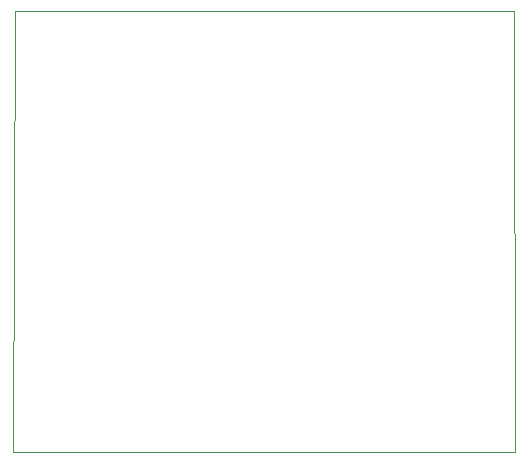
<source format=gbr>
%TF.GenerationSoftware,KiCad,Pcbnew,9.0.0*%
%TF.CreationDate,2025-03-25T14:42:11+07:00*%
%TF.ProjectId,stm32f1,73746d33-3266-4312-9e6b-696361645f70,rev?*%
%TF.SameCoordinates,Original*%
%TF.FileFunction,Profile,NP*%
%FSLAX46Y46*%
G04 Gerber Fmt 4.6, Leading zero omitted, Abs format (unit mm)*
G04 Created by KiCad (PCBNEW 9.0.0) date 2025-03-25 14:42:11*
%MOMM*%
%LPD*%
G01*
G04 APERTURE LIST*
%TA.AperFunction,Profile*%
%ADD10C,0.050000*%
%TD*%
G04 APERTURE END LIST*
D10*
X101100000Y-83600000D02*
X101300000Y-46300000D01*
X143600000Y-83600000D02*
X101100000Y-83600000D01*
X143500000Y-46300000D02*
X143600000Y-83600000D01*
X101300000Y-46300000D02*
X143500000Y-46300000D01*
M02*

</source>
